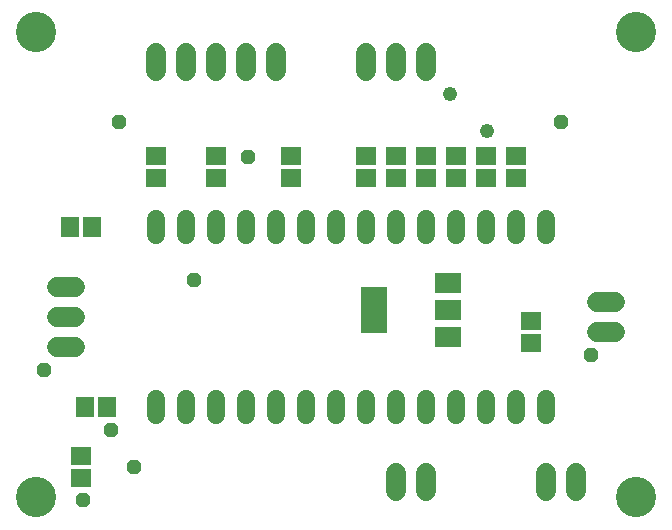
<source format=gbs>
G75*
%MOIN*%
%OFA0B0*%
%FSLAX24Y24*%
%IPPOS*%
%LPD*%
%AMOC8*
5,1,8,0,0,1.08239X$1,22.5*
%
%ADD10C,0.1340*%
%ADD11R,0.0671X0.0592*%
%ADD12C,0.0680*%
%ADD13C,0.0600*%
%ADD14R,0.0870X0.0670*%
%ADD15R,0.0870X0.1580*%
%ADD16R,0.0592X0.0671*%
%ADD17C,0.0480*%
%ADD18OC8,0.0476*%
%ADD19OC8,0.0480*%
D10*
X001680Y001930D03*
X001680Y017430D03*
X021680Y017430D03*
X021680Y001930D03*
D11*
X018180Y007056D03*
X018180Y007804D03*
X017680Y012556D03*
X017680Y013304D03*
X016680Y013304D03*
X016680Y012556D03*
X015680Y012556D03*
X015680Y013304D03*
X014680Y013304D03*
X014680Y012556D03*
X013680Y012556D03*
X013680Y013304D03*
X012680Y013304D03*
X012680Y012556D03*
X010180Y012556D03*
X010180Y013304D03*
X007680Y013304D03*
X007680Y012556D03*
X005680Y012556D03*
X005680Y013304D03*
X003180Y003304D03*
X003180Y002556D03*
D12*
X002980Y006930D02*
X002380Y006930D01*
X002380Y007930D02*
X002980Y007930D01*
X002980Y008930D02*
X002380Y008930D01*
X005680Y016130D02*
X005680Y016730D01*
X006680Y016730D02*
X006680Y016130D01*
X007680Y016130D02*
X007680Y016730D01*
X008680Y016730D02*
X008680Y016130D01*
X009680Y016130D02*
X009680Y016730D01*
X012680Y016730D02*
X012680Y016130D01*
X013680Y016130D02*
X013680Y016730D01*
X014680Y016730D02*
X014680Y016130D01*
X020380Y008430D02*
X020980Y008430D01*
X020980Y007430D02*
X020380Y007430D01*
X019680Y002730D02*
X019680Y002130D01*
X018680Y002130D02*
X018680Y002730D01*
X014680Y002730D02*
X014680Y002130D01*
X013680Y002130D02*
X013680Y002730D01*
D13*
X013680Y004670D02*
X013680Y005190D01*
X012680Y005190D02*
X012680Y004670D01*
X011680Y004670D02*
X011680Y005190D01*
X010680Y005190D02*
X010680Y004670D01*
X009680Y004670D02*
X009680Y005190D01*
X008680Y005190D02*
X008680Y004670D01*
X007680Y004670D02*
X007680Y005190D01*
X006680Y005190D02*
X006680Y004670D01*
X005680Y004670D02*
X005680Y005190D01*
X005680Y010670D02*
X005680Y011190D01*
X006680Y011190D02*
X006680Y010670D01*
X007680Y010670D02*
X007680Y011190D01*
X008680Y011190D02*
X008680Y010670D01*
X009680Y010670D02*
X009680Y011190D01*
X010680Y011190D02*
X010680Y010670D01*
X011680Y010670D02*
X011680Y011190D01*
X012680Y011190D02*
X012680Y010670D01*
X013680Y010670D02*
X013680Y011190D01*
X014680Y011190D02*
X014680Y010670D01*
X015680Y010670D02*
X015680Y011190D01*
X016680Y011190D02*
X016680Y010670D01*
X017680Y010670D02*
X017680Y011190D01*
X018680Y011190D02*
X018680Y010670D01*
X018680Y005190D02*
X018680Y004670D01*
X017680Y004670D02*
X017680Y005190D01*
X016680Y005190D02*
X016680Y004670D01*
X015680Y004670D02*
X015680Y005190D01*
X014680Y005190D02*
X014680Y004670D01*
D14*
X015420Y007270D03*
X015420Y008170D03*
X015420Y009070D03*
D15*
X012940Y008180D03*
D16*
X004054Y004930D03*
X003306Y004930D03*
X003554Y010930D03*
X002806Y010930D03*
D17*
X015490Y015370D03*
X016700Y014140D03*
D18*
X019180Y014430D03*
X020180Y006680D03*
X008730Y013280D03*
X004430Y014430D03*
X006930Y009180D03*
X001930Y006180D03*
X004180Y004180D03*
X004930Y002930D03*
D19*
X003240Y001830D03*
M02*

</source>
